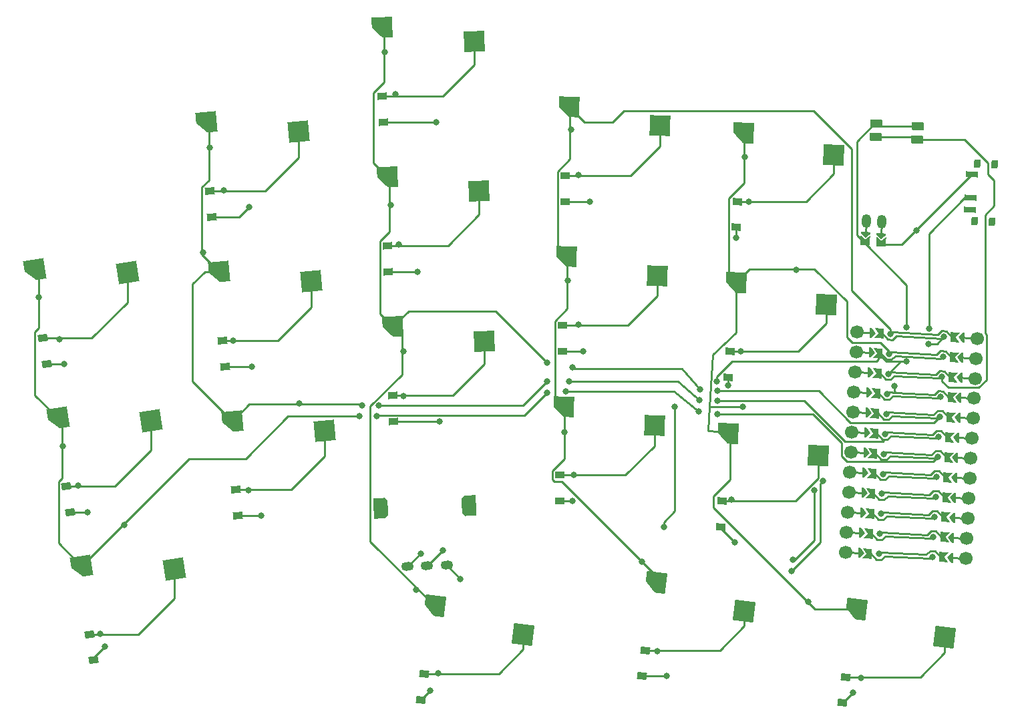
<source format=gbr>
%TF.GenerationSoftware,KiCad,Pcbnew,8.0.7*%
%TF.CreationDate,2025-02-03T11:28:03-05:00*%
%TF.ProjectId,thepcb,74686570-6362-42e6-9b69-6361645f7063,v1.0.0*%
%TF.SameCoordinates,Original*%
%TF.FileFunction,Copper,L2,Bot*%
%TF.FilePolarity,Positive*%
%FSLAX46Y46*%
G04 Gerber Fmt 4.6, Leading zero omitted, Abs format (unit mm)*
G04 Created by KiCad (PCBNEW 8.0.7) date 2025-02-03 11:28:03*
%MOMM*%
%LPD*%
G01*
G04 APERTURE LIST*
G04 Aperture macros list*
%AMHorizOval*
0 Thick line with rounded ends*
0 $1 width*
0 $2 $3 position (X,Y) of the first rounded end (center of the circle)*
0 $4 $5 position (X,Y) of the second rounded end (center of the circle)*
0 Add line between two ends*
20,1,$1,$2,$3,$4,$5,0*
0 Add two circle primitives to create the rounded ends*
1,1,$1,$2,$3*
1,1,$1,$4,$5*%
%AMRotRect*
0 Rectangle, with rotation*
0 The origin of the aperture is its center*
0 $1 length*
0 $2 width*
0 $3 Rotation angle, in degrees counterclockwise*
0 Add horizontal line*
21,1,$1,$2,0,0,$3*%
%AMOutline5P*
0 Free polygon, 5 corners , with rotation*
0 The origin of the aperture is its center*
0 number of corners: always 5*
0 $1 to $10 corner X, Y*
0 $11 Rotation angle, in degrees counterclockwise*
0 create outline with 5 corners*
4,1,5,$1,$2,$3,$4,$5,$6,$7,$8,$9,$10,$1,$2,$11*%
%AMOutline6P*
0 Free polygon, 6 corners , with rotation*
0 The origin of the aperture is its center*
0 number of corners: always 6*
0 $1 to $12 corner X, Y*
0 $13 Rotation angle, in degrees counterclockwise*
0 create outline with 6 corners*
4,1,6,$1,$2,$3,$4,$5,$6,$7,$8,$9,$10,$11,$12,$1,$2,$13*%
%AMOutline7P*
0 Free polygon, 7 corners , with rotation*
0 The origin of the aperture is its center*
0 number of corners: always 7*
0 $1 to $14 corner X, Y*
0 $15 Rotation angle, in degrees counterclockwise*
0 create outline with 7 corners*
4,1,7,$1,$2,$3,$4,$5,$6,$7,$8,$9,$10,$11,$12,$13,$14,$1,$2,$15*%
%AMOutline8P*
0 Free polygon, 8 corners , with rotation*
0 The origin of the aperture is its center*
0 number of corners: always 8*
0 $1 to $16 corner X, Y*
0 $17 Rotation angle, in degrees counterclockwise*
0 create outline with 8 corners*
4,1,8,$1,$2,$3,$4,$5,$6,$7,$8,$9,$10,$11,$12,$13,$14,$15,$16,$1,$2,$17*%
%AMFreePoly0*
4,1,6,0.250000,0.000000,-0.250000,-0.625000,-0.500000,-0.625000,-0.500000,0.625000,-0.250000,0.625000,0.250000,0.000000,0.250000,0.000000,$1*%
%AMFreePoly1*
4,1,6,0.500000,-0.625000,-0.650000,-0.625000,-0.150000,0.000000,-0.650000,0.625000,0.500000,0.625000,0.500000,-0.625000,0.500000,-0.625000,$1*%
%AMFreePoly2*
4,1,6,0.600000,-1.000000,0.000000,-0.400000,-0.600000,-1.000000,-0.600000,0.250000,0.600000,0.250000,0.600000,-1.000000,0.600000,-1.000000,$1*%
%AMFreePoly3*
4,1,6,0.600000,-0.199999,0.600000,-0.400000,-0.600000,-0.400000,-0.600000,-0.200000,0.000000,0.400000,0.600000,-0.199999,0.600000,-0.199999,$1*%
G04 Aperture macros list end*
%TA.AperFunction,SMDPad,CuDef*%
%ADD10RotRect,0.900000X1.200000X89.000000*%
%TD*%
%TA.AperFunction,SMDPad,CuDef*%
%ADD11Outline5P,-1.300000X1.300000X1.300000X1.300000X1.300000X-1.300000X0.000000X-1.300000X-1.300000X0.000000X2.000000*%
%TD*%
%TA.AperFunction,SMDPad,CuDef*%
%ADD12RotRect,2.600000X2.600000X2.000000*%
%TD*%
%TA.AperFunction,SMDPad,CuDef*%
%ADD13RotRect,0.900000X1.200000X92.000000*%
%TD*%
%TA.AperFunction,SMDPad,CuDef*%
%ADD14Outline5P,-1.300000X1.300000X1.300000X1.300000X1.300000X-1.300000X0.000000X-1.300000X-1.300000X0.000000X359.000000*%
%TD*%
%TA.AperFunction,SMDPad,CuDef*%
%ADD15RotRect,2.600000X2.600000X359.000000*%
%TD*%
%TA.AperFunction,SMDPad,CuDef*%
%ADD16RotRect,0.900000X1.200000X87.000000*%
%TD*%
%TA.AperFunction,SMDPad,CuDef*%
%ADD17RotRect,0.900000X1.200000X83.000000*%
%TD*%
%TA.AperFunction,SMDPad,CuDef*%
%ADD18RotRect,0.900000X1.200000X99.000000*%
%TD*%
%TA.AperFunction,SMDPad,CuDef*%
%ADD19Outline5P,-1.300000X1.300000X1.300000X1.300000X1.300000X-1.300000X0.000000X-1.300000X-1.300000X0.000000X9.000000*%
%TD*%
%TA.AperFunction,SMDPad,CuDef*%
%ADD20RotRect,2.600000X2.600000X9.000000*%
%TD*%
%TA.AperFunction,SMDPad,CuDef*%
%ADD21RotRect,1.000000X0.800000X267.000000*%
%TD*%
%TA.AperFunction,SMDPad,CuDef*%
%ADD22RotRect,0.700000X1.500000X267.000000*%
%TD*%
%TA.AperFunction,SMDPad,CuDef*%
%ADD23Outline5P,-1.300000X1.300000X1.300000X1.300000X1.300000X-1.300000X0.000000X-1.300000X-1.300000X0.000000X353.000000*%
%TD*%
%TA.AperFunction,SMDPad,CuDef*%
%ADD24RotRect,2.600000X2.600000X353.000000*%
%TD*%
%TA.AperFunction,SMDPad,CuDef*%
%ADD25RotRect,1.550000X1.000000X177.000000*%
%TD*%
%TA.AperFunction,SMDPad,CuDef*%
%ADD26Outline5P,-1.300000X1.300000X1.300000X1.300000X1.300000X-1.300000X0.000000X-1.300000X-1.300000X0.000000X357.000000*%
%TD*%
%TA.AperFunction,SMDPad,CuDef*%
%ADD27RotRect,2.600000X2.600000X357.000000*%
%TD*%
%TA.AperFunction,SMDPad,CuDef*%
%ADD28Outline5P,-1.300000X1.300000X1.300000X1.300000X1.300000X-1.300000X0.000000X-1.300000X-1.300000X0.000000X5.000000*%
%TD*%
%TA.AperFunction,SMDPad,CuDef*%
%ADD29RotRect,2.600000X2.600000X5.000000*%
%TD*%
%TA.AperFunction,SMDPad,CuDef*%
%ADD30RotRect,0.900000X1.200000X95.000000*%
%TD*%
%TA.AperFunction,ComponentPad*%
%ADD31Outline6P,-1.300000X0.540000X-0.940000X0.900000X0.940000X0.900000X1.300000X0.540000X1.300000X-0.900000X-1.300000X-0.900000X272.000000*%
%TD*%
%TA.AperFunction,ComponentPad*%
%ADD32Outline6P,-1.300000X0.900000X1.300000X0.900000X1.300000X-0.540000X0.940000X-0.900000X-0.940000X-0.900000X-1.300000X-0.540000X272.000000*%
%TD*%
%TA.AperFunction,ComponentPad*%
%ADD33HorizOval,1.100000X0.249848X0.008725X-0.249848X-0.008725X0*%
%TD*%
%TA.AperFunction,SMDPad,CuDef*%
%ADD34FreePoly0,177.000000*%
%TD*%
%TA.AperFunction,ComponentPad*%
%ADD35C,1.700000*%
%TD*%
%TA.AperFunction,SMDPad,CuDef*%
%ADD36FreePoly0,357.000000*%
%TD*%
%TA.AperFunction,SMDPad,CuDef*%
%ADD37FreePoly1,357.000000*%
%TD*%
%TA.AperFunction,ComponentPad*%
%ADD38C,0.800000*%
%TD*%
%TA.AperFunction,SMDPad,CuDef*%
%ADD39FreePoly1,177.000000*%
%TD*%
%TA.AperFunction,SMDPad,CuDef*%
%ADD40FreePoly2,177.000000*%
%TD*%
%TA.AperFunction,ComponentPad*%
%ADD41HorizOval,1.200000X-0.014392X-0.274623X0.014392X0.274623X0*%
%TD*%
%TA.AperFunction,SMDPad,CuDef*%
%ADD42FreePoly3,177.000000*%
%TD*%
%TA.AperFunction,ViaPad*%
%ADD43C,0.800000*%
%TD*%
%TA.AperFunction,Conductor*%
%ADD44C,0.250000*%
%TD*%
G04 APERTURE END LIST*
D10*
%TO.P,D10,1*%
%TO.N,P16*%
X244603575Y-128766732D03*
%TO.P,D10,2*%
%TO.N,index_bottom*%
X244661167Y-125467234D03*
%TD*%
D11*
%TO.P,S7,1*%
%TO.N,P21*%
X223461560Y-106661773D03*
D12*
%TO.P,S7,2*%
%TO.N,middle_bottom*%
X235081303Y-108457344D03*
%TD*%
D13*
%TO.P,D8,1*%
%TO.N,P14*%
X222892461Y-99677380D03*
%TO.P,D8,2*%
%TO.N,middle_home*%
X222777293Y-96379390D03*
%TD*%
D14*
%TO.P,S11,1*%
%TO.N,P1*%
X245469550Y-97777125D03*
D15*
%TO.P,S11,2*%
%TO.N,index_home*%
X256979395Y-100178365D03*
%TD*%
D16*
%TO.P,D15,1*%
%TO.N,P15*%
X266993066Y-94057595D03*
%TO.P,D15,2*%
%TO.N,far_top*%
X267165774Y-90762117D03*
%TD*%
D17*
%TO.P,D17,1*%
%TO.N,P10*%
X255041150Y-150950955D03*
%TO.P,D17,2*%
%TO.N,2_top*%
X255443318Y-147675553D03*
%TD*%
D18*
%TO.P,D3,1*%
%TO.N,P15*%
X179619707Y-111371798D03*
%TO.P,D3,2*%
%TO.N,pinkie_top*%
X179103473Y-108112426D03*
%TD*%
D11*
%TO.P,S9,1*%
%TO.N,P21*%
X222135379Y-68684921D03*
D12*
%TO.P,S9,2*%
%TO.N,middle_top*%
X233755122Y-70480492D03*
%TD*%
D13*
%TO.P,D7,1*%
%TO.N,P16*%
X223555551Y-118665806D03*
%TO.P,D7,2*%
%TO.N,middle_bottom*%
X223440383Y-115367816D03*
%TD*%
D19*
%TO.P,S2,1*%
%TO.N,P19*%
X181035747Y-118234775D03*
D20*
%TO.P,S2,2*%
%TO.N,pinkie_home*%
X192787703Y-118600873D03*
%TD*%
D21*
%TO.P,PWR1,*%
%TO.N,*%
X297574453Y-85946986D03*
X297192401Y-93236981D03*
X299781424Y-86062648D03*
X299399372Y-93352644D03*
D22*
%TO.P,PWR1,1*%
%TO.N,BAT_P*%
X296852074Y-87311049D03*
%TO.P,PWR1,2*%
%TO.N,RAW*%
X296695066Y-90306937D03*
%TO.P,PWR1,3*%
%TO.N,N/C*%
X296616562Y-91804882D03*
%TD*%
D18*
%TO.P,D2,1*%
%TO.N,P14*%
X182591962Y-130137877D03*
%TO.P,D2,2*%
%TO.N,pinkie_home*%
X182075728Y-126878505D03*
%TD*%
D23*
%TO.P,S18,1*%
%TO.N,P0*%
X282235600Y-142450514D03*
D24*
%TO.P,S18,2*%
%TO.N,3_top*%
X293431395Y-146041707D03*
%TD*%
D13*
%TO.P,D9,1*%
%TO.N,P15*%
X222229370Y-80688954D03*
%TO.P,D9,2*%
%TO.N,middle_top*%
X222114202Y-77390964D03*
%TD*%
D25*
%TO.P,RST1,1*%
%TO.N,GND*%
X284779462Y-80930472D03*
%TO.P,RST1,2*%
%TO.N,RST*%
X284690491Y-82628142D03*
%TO.P,RST1,3*%
%TO.N,GND*%
X290022267Y-81205236D03*
%TO.P,RST1,4*%
%TO.N,RST*%
X289933296Y-82902906D03*
%TD*%
D26*
%TO.P,S13,1*%
%TO.N,P0*%
X266000000Y-120200000D03*
D27*
%TO.P,S13,2*%
%TO.N,far_bottom*%
X277419032Y-123001465D03*
%TD*%
D28*
%TO.P,S5,1*%
%TO.N,P20*%
X201459938Y-99690019D03*
D29*
%TO.P,S5,2*%
%TO.N,ring_home*%
X213157729Y-100874998D03*
%TD*%
D17*
%TO.P,D16,1*%
%TO.N,P10*%
X226993954Y-153936727D03*
%TO.P,D16,2*%
%TO.N,1_top*%
X227396122Y-150661325D03*
%TD*%
%TO.P,D18,1*%
%TO.N,P10*%
X280450591Y-154321461D03*
%TO.P,D18,2*%
%TO.N,3_top*%
X280852759Y-151046059D03*
%TD*%
D19*
%TO.P,S3,1*%
%TO.N,P19*%
X178063492Y-99424645D03*
D20*
%TO.P,S3,2*%
%TO.N,pinkie_top*%
X189815448Y-99790743D03*
%TD*%
D23*
%TO.P,S16,1*%
%TO.N,P21*%
X228778964Y-142065780D03*
D24*
%TO.P,S16,2*%
%TO.N,1_top*%
X239974759Y-145656973D03*
%TD*%
D16*
%TO.P,D13,1*%
%TO.N,P16*%
X265004299Y-132005517D03*
%TO.P,D13,2*%
%TO.N,far_bottom*%
X265177007Y-128710039D03*
%TD*%
D30*
%TO.P,D4,1*%
%TO.N,P16*%
X203838003Y-130600379D03*
%TO.P,D4,2*%
%TO.N,ring_bottom*%
X203550389Y-127312937D03*
%TD*%
D16*
%TO.P,D14,1*%
%TO.N,P14*%
X265998683Y-113031556D03*
%TO.P,D14,2*%
%TO.N,far_home*%
X266171391Y-109736078D03*
%TD*%
D30*
%TO.P,D5,1*%
%TO.N,P14*%
X202182043Y-111672680D03*
%TO.P,D5,2*%
%TO.N,ring_home*%
X201894429Y-108385238D03*
%TD*%
D28*
%TO.P,S6,1*%
%TO.N,P20*%
X199803979Y-80762320D03*
D29*
%TO.P,S6,2*%
%TO.N,ring_top*%
X211501770Y-81947299D03*
%TD*%
D10*
%TO.P,D12,1*%
%TO.N,P15*%
X245266767Y-90772519D03*
%TO.P,D12,2*%
%TO.N,index_top*%
X245324359Y-87473021D03*
%TD*%
D11*
%TO.P,S8,1*%
%TO.N,P21*%
X222798469Y-87673347D03*
D12*
%TO.P,S8,2*%
%TO.N,middle_home*%
X234418212Y-89468918D03*
%TD*%
D10*
%TO.P,D11,1*%
%TO.N,P14*%
X244935171Y-109769625D03*
%TO.P,D11,2*%
%TO.N,index_home*%
X244992763Y-106470127D03*
%TD*%
D19*
%TO.P,S1,1*%
%TO.N,P19*%
X184008002Y-137000853D03*
D20*
%TO.P,S1,2*%
%TO.N,pinkie_bottom*%
X195759958Y-137366951D03*
%TD*%
D28*
%TO.P,S4,1*%
%TO.N,P20*%
X203115897Y-118617718D03*
D29*
%TO.P,S4,2*%
%TO.N,ring_bottom*%
X214813688Y-119802697D03*
%TD*%
D14*
%TO.P,S10,1*%
%TO.N,P1*%
X245137955Y-116774231D03*
D15*
%TO.P,S10,2*%
%TO.N,index_bottom*%
X256647800Y-119175471D03*
%TD*%
D30*
%TO.P,D6,1*%
%TO.N,P15*%
X200526084Y-92744981D03*
%TO.P,D6,2*%
%TO.N,ring_top*%
X200238470Y-89457539D03*
%TD*%
D18*
%TO.P,D1,1*%
%TO.N,P16*%
X185564216Y-148903955D03*
%TO.P,D1,2*%
%TO.N,pinkie_bottom*%
X185047982Y-145644583D03*
%TD*%
D14*
%TO.P,S12,1*%
%TO.N,P1*%
X245801146Y-78780019D03*
D15*
%TO.P,S12,2*%
%TO.N,index_top*%
X257310991Y-81181259D03*
%TD*%
D26*
%TO.P,S15,1*%
%TO.N,P0*%
X267945651Y-82091049D03*
D27*
%TO.P,S15,2*%
%TO.N,far_top*%
X279364683Y-84892514D03*
%TD*%
D26*
%TO.P,S14,1*%
%TO.N,P0*%
X266951268Y-101065011D03*
D27*
%TO.P,S14,2*%
%TO.N,far_home*%
X278370300Y-103866476D03*
%TD*%
D31*
%TO.P,RE1,*%
%TO.N,*%
X221938919Y-129678934D03*
D32*
X233132097Y-129288060D03*
D33*
%TO.P,RE1,A*%
%TO.N,P5*%
X230295731Y-136891679D03*
%TO.P,RE1,B*%
%TO.N,GND*%
X227797254Y-136978928D03*
%TO.P,RE1,C*%
%TO.N,P18*%
X225298777Y-137066177D03*
%TD*%
D23*
%TO.P,S17,1*%
%TO.N,P1*%
X256826159Y-139080009D03*
D24*
%TO.P,S17,2*%
%TO.N,2_top*%
X268021954Y-142671202D03*
%TD*%
D34*
%TO.P,MCU1,1*%
%TO.N,MCU1_1*%
X295411588Y-108014032D03*
D35*
X297528683Y-108124984D03*
D34*
%TO.P,MCU1,2*%
%TO.N,MCU1_2*%
X295278655Y-110550551D03*
D35*
X297395749Y-110661503D03*
D34*
%TO.P,MCU1,3*%
%TO.N,MCU1_3*%
X295145721Y-113087070D03*
D35*
X297262816Y-113198022D03*
D34*
%TO.P,MCU1,4*%
%TO.N,MCU1_4*%
X295012788Y-115623589D03*
D35*
X297129883Y-115734541D03*
D34*
%TO.P,MCU1,5*%
%TO.N,MCU1_5*%
X294879855Y-118160108D03*
D35*
X296996949Y-118271060D03*
D34*
%TO.P,MCU1,6*%
%TO.N,MCU1_6*%
X294746921Y-120696627D03*
D35*
X296864016Y-120807579D03*
D34*
%TO.P,MCU1,7*%
%TO.N,MCU1_7*%
X294613988Y-123233146D03*
D35*
X296731083Y-123344098D03*
D34*
%TO.P,MCU1,8*%
%TO.N,MCU1_8*%
X294481055Y-125769665D03*
D35*
X296598149Y-125880617D03*
D34*
%TO.P,MCU1,9*%
%TO.N,MCU1_9*%
X294348121Y-128306184D03*
D35*
X296465216Y-128417136D03*
D34*
%TO.P,MCU1,10*%
%TO.N,MCU1_10*%
X294215188Y-130842703D03*
D35*
X296332283Y-130953655D03*
D34*
%TO.P,MCU1,11*%
%TO.N,MCU1_11*%
X294082255Y-133379222D03*
D35*
X296199349Y-133490174D03*
D34*
%TO.P,MCU1,12*%
%TO.N,MCU1_12*%
X293949321Y-135915741D03*
D35*
X296066416Y-136026693D03*
%TO.P,MCU1,13*%
%TO.N,MCU1_13*%
X280847302Y-135229093D03*
D36*
X282964397Y-135340045D03*
D35*
%TO.P,MCU1,14*%
%TO.N,MCU1_14*%
X280980235Y-132692574D03*
D36*
X283097330Y-132803526D03*
D35*
%TO.P,MCU1,15*%
%TO.N,MCU1_15*%
X281113169Y-130156055D03*
D36*
X283230263Y-130267007D03*
D35*
%TO.P,MCU1,16*%
%TO.N,MCU1_16*%
X281246102Y-127619536D03*
D36*
X283363197Y-127730488D03*
D35*
%TO.P,MCU1,17*%
%TO.N,MCU1_17*%
X281379035Y-125083017D03*
D36*
X283496130Y-125193969D03*
D35*
%TO.P,MCU1,18*%
%TO.N,MCU1_18*%
X281511969Y-122546498D03*
D36*
X283629063Y-122657450D03*
D35*
%TO.P,MCU1,19*%
%TO.N,MCU1_19*%
X281644902Y-120009979D03*
D36*
X283761997Y-120120931D03*
D35*
%TO.P,MCU1,20*%
%TO.N,MCU1_20*%
X281777835Y-117473460D03*
D36*
X283894930Y-117584412D03*
D35*
%TO.P,MCU1,21*%
%TO.N,MCU1_21*%
X281910769Y-114936941D03*
D36*
X284027863Y-115047893D03*
D35*
%TO.P,MCU1,22*%
%TO.N,MCU1_22*%
X282043702Y-112400422D03*
D36*
X284160797Y-112511374D03*
D35*
%TO.P,MCU1,23*%
%TO.N,MCU1_23*%
X282176635Y-109863903D03*
D36*
X284293730Y-109974855D03*
D35*
%TO.P,MCU1,24*%
%TO.N,MCU1_24*%
X282309569Y-107327384D03*
D36*
X284426663Y-107438336D03*
D37*
%TO.P,MCU1,101*%
%TO.N,RAW*%
X285150670Y-107476280D03*
D38*
X293314466Y-107904126D03*
D37*
%TO.P,MCU1,102*%
%TO.N,GND*%
X285017736Y-110012799D03*
D38*
X293181533Y-110440645D03*
D37*
%TO.P,MCU1,103*%
%TO.N,RST*%
X284884803Y-112549318D03*
D38*
X293048599Y-112977164D03*
D37*
%TO.P,MCU1,104*%
%TO.N,VCC*%
X284751870Y-115085837D03*
D38*
X292915666Y-115513683D03*
D37*
%TO.P,MCU1,105*%
%TO.N,P21*%
X284618936Y-117622356D03*
D38*
X292782733Y-118050202D03*
D37*
%TO.P,MCU1,106*%
%TO.N,P20*%
X284486003Y-120158875D03*
D38*
X292649799Y-120586721D03*
D37*
%TO.P,MCU1,107*%
%TO.N,P19*%
X284353070Y-122695394D03*
D38*
X292516866Y-123123240D03*
D37*
%TO.P,MCU1,108*%
%TO.N,P18*%
X284220136Y-125231913D03*
D38*
X292383933Y-125659759D03*
D37*
%TO.P,MCU1,109*%
%TO.N,P15*%
X284087203Y-127768432D03*
D38*
X292250999Y-128196278D03*
D37*
%TO.P,MCU1,110*%
%TO.N,P14*%
X283954270Y-130304951D03*
D38*
X292118066Y-130732797D03*
D37*
%TO.P,MCU1,111*%
%TO.N,P16*%
X283821336Y-132841470D03*
D38*
X291985133Y-133269316D03*
D37*
%TO.P,MCU1,112*%
%TO.N,P10*%
X283688403Y-135377989D03*
D38*
X291852199Y-135805835D03*
%TO.P,MCU1,113*%
%TO.N,P9*%
X285061519Y-135449951D03*
D39*
X293225315Y-135877797D03*
D38*
%TO.P,MCU1,114*%
%TO.N,P8*%
X285194452Y-132913432D03*
D39*
X293358248Y-133341278D03*
D38*
%TO.P,MCU1,115*%
%TO.N,P7*%
X285327385Y-130376913D03*
D39*
X293491182Y-130804759D03*
D38*
%TO.P,MCU1,116*%
%TO.N,P6*%
X285460319Y-127840394D03*
D39*
X293624115Y-128268240D03*
D38*
%TO.P,MCU1,117*%
%TO.N,P5*%
X285593252Y-125303875D03*
D39*
X293757048Y-125731721D03*
D38*
%TO.P,MCU1,118*%
%TO.N,P4*%
X285726185Y-122767356D03*
D39*
X293889982Y-123195202D03*
D38*
%TO.P,MCU1,119*%
%TO.N,P3*%
X285859119Y-120230837D03*
D39*
X294022915Y-120658683D03*
D38*
%TO.P,MCU1,120*%
%TO.N,P2*%
X285992052Y-117694318D03*
D39*
X294155848Y-118122164D03*
D38*
%TO.P,MCU1,121*%
%TO.N,GND*%
X286124985Y-115157799D03*
D39*
X294288782Y-115585645D03*
D38*
%TO.P,MCU1,122*%
X286257919Y-112621280D03*
D39*
X294421715Y-113049126D03*
D38*
%TO.P,MCU1,123*%
%TO.N,P0*%
X286390852Y-110084761D03*
D39*
X294554648Y-110512607D03*
D38*
%TO.P,MCU1,124*%
%TO.N,P1*%
X286523785Y-107548242D03*
D39*
X294687582Y-107976088D03*
%TD*%
D40*
%TO.P,JST1,1*%
%TO.N,BAT_P*%
X285306825Y-96184979D03*
%TO.P,JST1,2*%
%TO.N,GND*%
X283309566Y-96080307D03*
D41*
%TO.P,JST1,11*%
%TO.N,JST1_1*%
X283456944Y-93268166D03*
%TO.P,JST1,12*%
%TO.N,JST1_2*%
X285454204Y-93372838D03*
D42*
%TO.P,JST1,31*%
%TO.N,JST1_1*%
X283362740Y-95065699D03*
%TO.P,JST1,32*%
%TO.N,JST1_2*%
X285359999Y-95170371D03*
%TD*%
D43*
%TO.N,P19*%
X243000000Y-115000000D03*
X264600000Y-117720008D03*
X245402120Y-114878552D03*
X262200000Y-117400000D03*
X219200000Y-118000000D03*
X221400000Y-118000000D03*
X178608378Y-102909163D03*
X189400000Y-131800000D03*
X181600000Y-121800000D03*
%TO.N,pinkie_bottom*%
X186400000Y-145600000D03*
%TO.N,pinkie_home*%
X183600000Y-126800000D03*
%TO.N,pinkie_top*%
X181200000Y-108200000D03*
%TO.N,P20*%
X219600000Y-116600000D03*
X264600000Y-116000000D03*
X199400000Y-97200000D03*
X245800000Y-113600000D03*
X243000000Y-113600000D03*
X211600000Y-116400000D03*
X221664880Y-116664880D03*
X262292308Y-115907692D03*
X200270856Y-83909383D03*
%TO.N,ring_bottom*%
X205200000Y-127400000D03*
%TO.N,ring_home*%
X203200000Y-108400000D03*
%TO.N,ring_top*%
X202000000Y-89400000D03*
%TO.N,P21*%
X223200000Y-91200000D03*
X224800000Y-109800000D03*
X246200000Y-111800000D03*
X264600000Y-114800000D03*
X222450408Y-71822576D03*
X226400000Y-140000000D03*
X243000000Y-111200000D03*
X262400000Y-114600000D03*
%TO.N,middle_bottom*%
X224800000Y-115400000D03*
%TO.N,middle_home*%
X224200000Y-96200000D03*
%TO.N,middle_top*%
X223800000Y-77200000D03*
%TO.N,P1*%
X246078795Y-81626121D03*
X245235698Y-120020658D03*
X245666582Y-100830004D03*
X255000000Y-136400000D03*
%TO.N,index_bottom*%
X246400000Y-125400000D03*
%TO.N,index_home*%
X247000000Y-106400000D03*
%TO.N,index_top*%
X247000000Y-87400000D03*
%TO.N,P0*%
X268050596Y-85118809D03*
X276144535Y-141489996D03*
X267844120Y-116800000D03*
X274600000Y-99400000D03*
%TO.N,far_bottom*%
X266400000Y-128600000D03*
%TO.N,far_home*%
X267600000Y-109800000D03*
%TO.N,far_top*%
X268600000Y-90800000D03*
%TO.N,1_top*%
X229200000Y-150600000D03*
%TO.N,2_top*%
X257000000Y-147800000D03*
%TO.N,3_top*%
X282800000Y-151200000D03*
%TO.N,P16*%
X266800000Y-134000000D03*
X206800000Y-130600379D03*
X229400000Y-118665806D03*
X187000000Y-147200000D03*
X246200000Y-128766732D03*
%TO.N,P14*%
X205600000Y-111672680D03*
X184800000Y-130200000D03*
X226600000Y-99677380D03*
X266000000Y-114075000D03*
X247600000Y-109769625D03*
%TO.N,P15*%
X181800000Y-111400000D03*
X205261367Y-91461367D03*
X229000000Y-80688954D03*
X267000000Y-95400000D03*
X248400000Y-90772519D03*
%TO.N,P10*%
X258200000Y-150950955D03*
X281800000Y-153000000D03*
X228165340Y-152765340D03*
%TO.N,BAT_P*%
X289800000Y-94400000D03*
%TO.N,RAW*%
X291400000Y-108800000D03*
X291407448Y-106857887D03*
%TO.N,GND*%
X287000000Y-114200000D03*
X288600000Y-111053303D03*
X264517922Y-113535885D03*
X257800000Y-132000000D03*
X259200000Y-116800000D03*
X288604664Y-106710999D03*
X229800000Y-135000000D03*
%TO.N,P5*%
X274000000Y-137600000D03*
X278000000Y-126200000D03*
X232000000Y-138600000D03*
%TO.N,P18*%
X274200000Y-136200000D03*
X227000000Y-135400000D03*
X276875000Y-127400000D03*
%TD*%
D44*
%TO.N,P10*%
X258200000Y-150950955D02*
X255041150Y-150950955D01*
X228165340Y-152765341D02*
X226993954Y-153936727D01*
X228165340Y-152765340D02*
X228165340Y-152765341D01*
%TO.N,P16*%
X246200000Y-128766732D02*
X244603575Y-128766732D01*
X229400000Y-118665806D02*
X223555551Y-118665806D01*
X206800000Y-130600379D02*
X203838003Y-130600379D01*
%TO.N,P14*%
X205600000Y-111672680D02*
X202182043Y-111672680D01*
X226600000Y-99677380D02*
X222892461Y-99677380D01*
X247600000Y-109769625D02*
X244935171Y-109769625D01*
%TO.N,P15*%
X248400000Y-90772519D02*
X245266767Y-90772519D01*
X229000000Y-80688954D02*
X222229370Y-80688954D01*
X203977753Y-92744981D02*
X200526084Y-92744981D01*
X205261367Y-91461367D02*
X203977753Y-92744981D01*
%TO.N,P19*%
X197608855Y-123400000D02*
X204801653Y-123400000D01*
X181087719Y-134080570D02*
X184008002Y-137000853D01*
X284702286Y-122713696D02*
X285388349Y-123475646D01*
X285988136Y-123507079D02*
X286508363Y-123038664D01*
X280336969Y-121373365D02*
X280336969Y-123044986D01*
X184008002Y-137000853D02*
X197608855Y-123400000D01*
X181087719Y-126312281D02*
X181087719Y-134080570D01*
X286508363Y-123038664D02*
X292275144Y-123340888D01*
X280336969Y-123044986D02*
X281013481Y-123721498D01*
X178115464Y-115314492D02*
X181035747Y-118234775D01*
X240129860Y-117870140D02*
X243000000Y-115000000D01*
X262200000Y-117400000D02*
X259078552Y-114878552D01*
X178115464Y-107284536D02*
X178115464Y-115314492D01*
X291918608Y-123721498D02*
X292516866Y-123123240D01*
X221400000Y-118000000D02*
X221529860Y-117870140D01*
X284353070Y-122695394D02*
X284702286Y-122713696D01*
X264600000Y-117720008D02*
X276683612Y-117720008D01*
X221529860Y-117870140D02*
X240129860Y-117870140D01*
X178578885Y-99984089D02*
X178578885Y-106821115D01*
X181551140Y-125848860D02*
X181087719Y-126312281D01*
X285388349Y-123475646D02*
X285988136Y-123507079D01*
X204801653Y-123400000D02*
X210201653Y-118000000D01*
X178063492Y-99468696D02*
X178578885Y-99984089D01*
X181551140Y-118750168D02*
X181551140Y-125848860D01*
X259078552Y-114878552D02*
X245402120Y-114878552D01*
X281013481Y-123721498D02*
X291918608Y-123721498D01*
X178578885Y-106821115D02*
X178115464Y-107284536D01*
X181035747Y-118234775D02*
X181551140Y-118750168D01*
X276683612Y-117720008D02*
X280336969Y-121373365D01*
X210201653Y-118000000D02*
X219200000Y-118000000D01*
%TO.N,pinkie_bottom*%
X195759958Y-141084364D02*
X195759958Y-137366950D01*
X191199739Y-145644583D02*
X195759958Y-141084364D01*
X185047982Y-145644583D02*
X191199739Y-145644583D01*
%TO.N,pinkie_home*%
X192787703Y-122318286D02*
X192787703Y-118600872D01*
X188227484Y-126878505D02*
X192787703Y-122318286D01*
X182075728Y-126878505D02*
X188227484Y-126878505D01*
%TO.N,pinkie_top*%
X185255229Y-108112426D02*
X189815448Y-103552207D01*
X189815448Y-103552207D02*
X189815448Y-99834793D01*
X179103473Y-108112426D02*
X185255229Y-108112426D01*
%TO.N,P20*%
X203115897Y-118617718D02*
X205276332Y-116457283D01*
X200152285Y-81110626D02*
X200152285Y-88051172D01*
X286121069Y-120970560D02*
X286641297Y-120502145D01*
X199276533Y-97506614D02*
X201459938Y-99690019D01*
X275600000Y-116000000D02*
X280784979Y-121184979D01*
X285800000Y-120953734D02*
X286121069Y-120970560D01*
X198058244Y-101255341D02*
X198058244Y-113560065D01*
X199803979Y-80762320D02*
X200152285Y-81110626D01*
X284835219Y-120177177D02*
X285521282Y-120939127D01*
X286641297Y-120502145D02*
X292408078Y-120804369D01*
X285521282Y-120939127D02*
X285800000Y-120953734D01*
X198058244Y-113560065D02*
X203115897Y-118617718D01*
X199623566Y-99690019D02*
X198058244Y-101255341D01*
X239935120Y-116664880D02*
X243000000Y-113600000D01*
X259600000Y-113600000D02*
X245800000Y-113600000D01*
X221664880Y-116664880D02*
X239935120Y-116664880D01*
X205276332Y-116457283D02*
X219457283Y-116457283D01*
X219457283Y-116457283D02*
X219600000Y-116600000D01*
X280784979Y-121184979D02*
X285568755Y-121184979D01*
X285568755Y-121184979D02*
X285800000Y-120953734D01*
X200152285Y-88051172D02*
X199276533Y-88926924D01*
X264600000Y-116000000D02*
X275600000Y-116000000D01*
X284486003Y-120158875D02*
X284835219Y-120177177D01*
X262292308Y-115907692D02*
X259600000Y-113600000D01*
X201459938Y-99690019D02*
X199623566Y-99690019D01*
X199276533Y-88926924D02*
X199276533Y-97506614D01*
%TO.N,ring_bottom*%
X203550389Y-127312937D02*
X210577113Y-127312937D01*
X210577113Y-127312937D02*
X214813688Y-123076362D01*
X214813688Y-123076362D02*
X214813688Y-119802697D01*
X203550389Y-127312937D02*
X205112937Y-127312937D01*
X205112937Y-127312937D02*
X205200000Y-127400000D01*
%TO.N,ring_home*%
X213157729Y-104148663D02*
X213157729Y-100874998D01*
X201894429Y-108385238D02*
X208921154Y-108385238D01*
X208921154Y-108385238D02*
X213157729Y-104148663D01*
%TO.N,ring_top*%
X211501770Y-85220964D02*
X211501770Y-81947299D01*
X207265195Y-89457539D02*
X211501770Y-85220964D01*
X200238470Y-89457539D02*
X207265195Y-89457539D01*
%TO.N,P21*%
X286774230Y-117965626D02*
X292541011Y-118267850D01*
X223026299Y-87901177D02*
X223026299Y-94626639D01*
X222363209Y-75638212D02*
X221000000Y-77001421D01*
X285654215Y-118402608D02*
X286254002Y-118434041D01*
X225450855Y-104672478D02*
X236472478Y-104672478D01*
X264600000Y-114800000D02*
X277442674Y-114800000D01*
X224600000Y-107800213D02*
X224600000Y-112704454D01*
X286254002Y-118434041D02*
X286774230Y-117965626D01*
X223026299Y-94626639D02*
X221836954Y-95815984D01*
X224600000Y-112704454D02*
X220600000Y-116704454D01*
X281442674Y-118800000D02*
X292032935Y-118800000D01*
X222135379Y-68684921D02*
X222363209Y-68912751D01*
X220600000Y-116704454D02*
X220600000Y-133886816D01*
X260139973Y-112000000D02*
X246400000Y-112000000D01*
X221000000Y-77001421D02*
X221000000Y-85874878D01*
X221836954Y-105037167D02*
X223461560Y-106661773D01*
X223461560Y-106661773D02*
X224600000Y-107800213D01*
X284968153Y-117640658D02*
X285654215Y-118402608D01*
X223461560Y-106661773D02*
X225450855Y-104672478D01*
X222798469Y-87673347D02*
X223026299Y-87901177D01*
X236472478Y-104672478D02*
X243000000Y-111200000D01*
X222363209Y-68912751D02*
X222363209Y-75638212D01*
X221000000Y-85874878D02*
X222798469Y-87673347D01*
X292032935Y-118800000D02*
X292782733Y-118050202D01*
X284618937Y-117622356D02*
X284968153Y-117640658D01*
X221836954Y-95815984D02*
X221836954Y-105037167D01*
X220600000Y-133886816D02*
X228778964Y-142065780D01*
X246400000Y-112000000D02*
X246200000Y-111800000D01*
X277442674Y-114800000D02*
X281442674Y-118800000D01*
X262400000Y-114600000D02*
X260139973Y-112000000D01*
%TO.N,middle_bottom*%
X223440383Y-115367816D02*
X231106641Y-115367816D01*
X231106641Y-115367816D02*
X235081303Y-111393154D01*
X235081303Y-111393154D02*
X235081303Y-108457344D01*
%TO.N,middle_home*%
X222777293Y-96379390D02*
X230443550Y-96379390D01*
X230443550Y-96379390D02*
X234418212Y-92404728D01*
X234418212Y-92404728D02*
X234418212Y-89468918D01*
%TO.N,middle_top*%
X233755122Y-73444878D02*
X233755122Y-70480492D01*
X226200000Y-77390964D02*
X229809036Y-77390964D01*
X222114202Y-77390964D02*
X226200000Y-77390964D01*
X229809036Y-77390964D02*
X233755122Y-73444878D01*
%TO.N,P1*%
X244334005Y-86951296D02*
X244334005Y-96641580D01*
X245137955Y-116774231D02*
X245249822Y-116886098D01*
X244334005Y-96641580D02*
X245469550Y-97777125D01*
X245581417Y-97888992D02*
X245581417Y-104369394D01*
X244852637Y-126252637D02*
X256826159Y-138226159D01*
X245249822Y-123366500D02*
X243670813Y-124945509D01*
X286523785Y-106982557D02*
X286523785Y-107548242D01*
X245469550Y-97777125D02*
X245581417Y-97888992D01*
X245249822Y-116886098D02*
X245249822Y-123366500D01*
X244000000Y-115636276D02*
X245137955Y-116774231D01*
X243670813Y-124945509D02*
X243670813Y-125983721D01*
X292521779Y-107642282D02*
X286754998Y-107340057D01*
X276777329Y-79249102D02*
X281600000Y-84071773D01*
X245801146Y-78780019D02*
X247733302Y-80712175D01*
X245913013Y-85372288D02*
X244334005Y-86951296D01*
X245801146Y-78780019D02*
X245913013Y-78891886D01*
X245581417Y-104369394D02*
X244000000Y-105950811D01*
X245913013Y-78891886D02*
X245913013Y-85372288D01*
X281600000Y-102058772D02*
X286523785Y-106982557D01*
X294338366Y-107957787D02*
X293652303Y-107195837D01*
X247733302Y-80712175D02*
X251287825Y-80712175D01*
X252750898Y-79249102D02*
X276777329Y-79249102D01*
X251287825Y-80712175D02*
X252750898Y-79249102D01*
X243939729Y-126252637D02*
X244852637Y-126252637D01*
X293052517Y-107164403D02*
X292521779Y-107642282D01*
X244000000Y-105950811D02*
X244000000Y-115636276D01*
X281600000Y-84071773D02*
X281600000Y-102058772D01*
X293652303Y-107195837D02*
X293052517Y-107164403D01*
X256826159Y-138226159D02*
X256826159Y-139080009D01*
X294687582Y-107976088D02*
X294338366Y-107957787D01*
X243670813Y-125983721D02*
X243939729Y-126252637D01*
%TO.N,index_bottom*%
X256647800Y-119175471D02*
X256647800Y-121770129D01*
X252883461Y-125400000D02*
X252950695Y-125467234D01*
X244661167Y-125467234D02*
X246332766Y-125467234D01*
X246400000Y-125400000D02*
X252883461Y-125400000D01*
X246332766Y-125467234D02*
X246400000Y-125400000D01*
X256647800Y-121770129D02*
X252950695Y-125467234D01*
%TO.N,index_home*%
X253282291Y-106470127D02*
X244992763Y-106470127D01*
X256979395Y-100178365D02*
X256979395Y-102773023D01*
X256979395Y-102773023D02*
X253282291Y-106470127D01*
%TO.N,index_top*%
X257310991Y-81181259D02*
X257310991Y-83775917D01*
X253613887Y-87473021D02*
X245324359Y-87473021D01*
X257310991Y-83775917D02*
X253613887Y-87473021D01*
%TO.N,P0*%
X266951268Y-101065011D02*
X268654868Y-99361411D01*
X276921293Y-99361411D02*
X281001635Y-103441753D01*
X266045337Y-90366522D02*
X266045337Y-100159080D01*
X286390852Y-109789232D02*
X286390852Y-110084761D01*
X292388846Y-110178801D02*
X286622065Y-109876576D01*
X294554649Y-110512607D02*
X294205433Y-110494306D01*
X266951268Y-101065011D02*
X266988493Y-101102236D01*
X294205433Y-110494306D02*
X293519370Y-109732356D01*
X266988493Y-101102236D02*
X266988493Y-107402944D01*
X267844120Y-116800000D02*
X263587500Y-116800000D01*
X263400000Y-119800000D02*
X265956885Y-120038972D01*
X268654868Y-99361411D02*
X276921293Y-99361411D01*
X285290523Y-108688903D02*
X286390852Y-109789232D01*
X281001635Y-103441753D02*
X281001635Y-108000604D01*
X265956885Y-120038972D02*
X266200000Y-120282087D01*
X267982876Y-88428983D02*
X266045337Y-90366522D01*
X266200000Y-120282087D02*
X266200000Y-126000000D01*
X264000000Y-110200000D02*
X263587500Y-116800000D01*
X266988493Y-107402944D02*
X264000000Y-110200000D01*
X276949628Y-142450514D02*
X282235600Y-142450514D01*
X292919583Y-109700922D02*
X292388846Y-110178801D01*
X267982876Y-82128274D02*
X267982876Y-88428983D01*
X293519370Y-109732356D02*
X292919583Y-109700922D01*
X281689934Y-108688903D02*
X285290523Y-108688903D01*
X266200000Y-126000000D02*
X264056570Y-128143430D01*
X264056570Y-129557456D02*
X276949628Y-142450514D01*
X267945651Y-82091049D02*
X267982876Y-82128274D01*
X263587500Y-116800000D02*
X263400000Y-119800000D01*
X266045337Y-100159080D02*
X266951268Y-101065011D01*
X281001635Y-108000604D02*
X281689934Y-108688903D01*
X264056570Y-128143430D02*
X264056570Y-129557456D01*
%TO.N,far_bottom*%
X277375917Y-122840437D02*
X277375917Y-125824083D01*
X277375917Y-125824083D02*
X274489961Y-128710039D01*
X274489961Y-128710039D02*
X265177007Y-128710039D01*
%TO.N,far_home*%
X278370300Y-103866476D02*
X278370300Y-106232332D01*
X278370300Y-106232332D02*
X274866554Y-109736078D01*
X274866554Y-109736078D02*
X266171391Y-109736078D01*
%TO.N,far_top*%
X279364683Y-87258370D02*
X275860936Y-90762117D01*
X275860936Y-90762117D02*
X267165774Y-90762117D01*
X279364683Y-84892514D02*
X279364683Y-87258370D01*
%TO.N,1_top*%
X236876626Y-150661325D02*
X227396122Y-150661325D01*
X239974759Y-147563192D02*
X236876626Y-150661325D01*
X239974759Y-145656973D02*
X239974759Y-147563192D01*
%TO.N,2_top*%
X268021954Y-144577421D02*
X264923822Y-147675553D01*
X264923822Y-147675553D02*
X255443318Y-147675553D01*
X268021954Y-142671202D02*
X268021954Y-144577421D01*
%TO.N,3_top*%
X290333262Y-151046059D02*
X280852759Y-151046059D01*
X293431395Y-147947926D02*
X290333262Y-151046059D01*
X293431395Y-146041707D02*
X293431395Y-147947926D01*
%TO.N,P16*%
X185564216Y-148903955D02*
X185564216Y-148635784D01*
X185564216Y-148635784D02*
X187000000Y-147200000D01*
X285976630Y-133184740D02*
X291743411Y-133486964D01*
X265004299Y-132005517D02*
X265004299Y-132204299D01*
X283821337Y-132841470D02*
X284170553Y-132859772D01*
X284856615Y-133621722D02*
X285456402Y-133653155D01*
X285456402Y-133653155D02*
X285976630Y-133184740D01*
X265004299Y-132204299D02*
X266800000Y-134000000D01*
X284170553Y-132859772D02*
X284856615Y-133621722D01*
%TO.N,P14*%
X182591962Y-130137877D02*
X184737877Y-130137877D01*
X286109564Y-130648221D02*
X291876344Y-130950445D01*
X285589335Y-131116636D02*
X286109564Y-130648221D01*
X283954270Y-130304951D02*
X284303486Y-130323253D01*
X284989549Y-131085203D02*
X285589335Y-131116636D01*
X284303486Y-130323253D02*
X284989549Y-131085203D01*
X265998683Y-113031556D02*
X265998683Y-114073683D01*
X184737877Y-130137877D02*
X184800000Y-130200000D01*
X265998683Y-114073683D02*
X266000000Y-114075000D01*
%TO.N,P15*%
X285122482Y-128548684D02*
X285722269Y-128580117D01*
X286242497Y-128111702D02*
X292009278Y-128413926D01*
X181771798Y-111371798D02*
X181800000Y-111400000D01*
X285722269Y-128580117D02*
X286242497Y-128111702D01*
X266993066Y-95393066D02*
X267000000Y-95400000D01*
X284087203Y-127768432D02*
X284436419Y-127786734D01*
X179619707Y-111371798D02*
X181771798Y-111371798D01*
X266993066Y-94057595D02*
X266993066Y-95393066D01*
X284436419Y-127786734D02*
X285122482Y-128548684D01*
%TO.N,P10*%
X280450591Y-154321461D02*
X280478539Y-154321461D01*
X283688403Y-135377989D02*
X284037619Y-135396291D01*
X284037619Y-135396291D02*
X284723682Y-136158241D01*
X285323469Y-136189674D02*
X285843697Y-135721259D01*
X280478539Y-154321461D02*
X281800000Y-153000000D01*
X285843697Y-135721259D02*
X291610478Y-136023483D01*
X284723682Y-136158241D02*
X285323469Y-136189674D01*
%TO.N,BAT_P*%
X287000000Y-96184979D02*
X287978144Y-96184979D01*
X285306825Y-96184979D02*
X287000000Y-96184979D01*
X287978144Y-96184979D02*
X296852074Y-87311049D01*
%TO.N,RAW*%
X295944036Y-90306937D02*
X291407448Y-94843525D01*
X285499886Y-107494582D02*
X286185949Y-108256532D01*
X286185949Y-108256532D02*
X286785736Y-108287965D01*
X296695066Y-90306937D02*
X295944036Y-90306937D01*
X292418592Y-108800000D02*
X293314466Y-107904126D01*
X291407448Y-94843525D02*
X291407448Y-106857887D01*
X291400000Y-108800000D02*
X292418592Y-108800000D01*
X286785736Y-108287965D02*
X287305963Y-107819550D01*
X285150670Y-107476280D02*
X285499886Y-107494582D01*
X287305963Y-107819550D02*
X293072744Y-108121774D01*
%TO.N,GND*%
X287000000Y-114793836D02*
X287200000Y-114993836D01*
X288600000Y-111053303D02*
X286058240Y-111053303D01*
X257800000Y-132000000D02*
X257800000Y-131400000D01*
X286058240Y-111053303D02*
X285017736Y-110012799D01*
X266475304Y-111038903D02*
X284761097Y-111038903D01*
X293939566Y-115567344D02*
X293253503Y-114805394D01*
X227797254Y-136978928D02*
X227821072Y-136978928D01*
X288604664Y-101375405D02*
X288604664Y-106710999D01*
X292122979Y-115251839D02*
X287200000Y-114993836D01*
X293386437Y-112268875D02*
X292786650Y-112237441D01*
X292786650Y-112237441D02*
X292255912Y-112715320D01*
X290022267Y-81205236D02*
X285054226Y-81205236D01*
X285054226Y-81205236D02*
X284779462Y-80930472D01*
X287000000Y-114200000D02*
X287000000Y-114793836D01*
X287825896Y-111053303D02*
X286257919Y-112621280D01*
X294421715Y-113049126D02*
X294072500Y-113030825D01*
X294072500Y-113030825D02*
X293386437Y-112268875D01*
X286053015Y-110793051D02*
X286652802Y-110824484D01*
X292653717Y-114773960D02*
X292122979Y-115251839D01*
X288600000Y-111053303D02*
X287825896Y-111053303D01*
X257800000Y-131400000D02*
X259200000Y-130000000D01*
X286652802Y-110824484D02*
X287173030Y-110356069D01*
X282260852Y-95031593D02*
X282260852Y-83139148D01*
X287173030Y-110356069D02*
X292939811Y-110658293D01*
X285366952Y-110031101D02*
X286053015Y-110793051D01*
X284469528Y-80930472D02*
X284779462Y-80930472D01*
X259200000Y-130000000D02*
X259200000Y-116800000D01*
X285017736Y-110782264D02*
X285017736Y-110012799D01*
X283309566Y-96080307D02*
X288604664Y-101375405D01*
X282260852Y-83139148D02*
X284469528Y-80930472D01*
X264517922Y-112996285D02*
X266475304Y-111038903D01*
X285017737Y-110012799D02*
X285366952Y-110031101D01*
X283309566Y-96080307D02*
X282260852Y-95031593D01*
X284761097Y-111038903D02*
X285017736Y-110782264D01*
X294288782Y-115585646D02*
X293939566Y-115567344D01*
X292255912Y-112715320D02*
X286489131Y-112413095D01*
X287200000Y-114993836D02*
X286356198Y-114949614D01*
X293253503Y-114805394D02*
X292653717Y-114773960D01*
X227821072Y-136978928D02*
X229800000Y-135000000D01*
X264517922Y-113535885D02*
X264517922Y-112996285D01*
%TO.N,RST*%
X287040097Y-112892588D02*
X292806878Y-113194812D01*
X285234019Y-112567620D02*
X285920082Y-113329570D01*
X298703683Y-113418856D02*
X297749517Y-114373022D01*
X298532700Y-107467300D02*
X298703683Y-107638283D01*
X298912136Y-87327132D02*
X299692605Y-88107601D01*
X298912136Y-85921050D02*
X298912136Y-87327132D01*
X289933296Y-82902906D02*
X295893992Y-82902906D01*
X298703683Y-107638283D02*
X298703683Y-113418856D01*
X284690491Y-82628142D02*
X289658532Y-82628142D01*
X289658532Y-82628142D02*
X289933296Y-82902906D01*
X299692605Y-91307395D02*
X298532700Y-92467300D01*
X293048599Y-113542849D02*
X293048599Y-112977164D01*
X299692605Y-88107601D02*
X299692605Y-91307395D01*
X286519869Y-113361003D02*
X287040097Y-112892588D01*
X295893992Y-82902906D02*
X298912136Y-85921050D01*
X285920082Y-113329570D02*
X286519869Y-113361003D01*
X297749517Y-114373022D02*
X293878772Y-114373022D01*
X284884803Y-112549318D02*
X285234019Y-112567620D01*
X298532700Y-92467300D02*
X298532700Y-107467300D01*
X293878772Y-114373022D02*
X293048599Y-113542849D01*
%TO.N,JST1_1*%
X283362739Y-95065699D02*
X283456944Y-93268166D01*
%TO.N,JST1_2*%
X285359999Y-95170371D02*
X285454203Y-93372838D01*
%TO.N,P5*%
X291591246Y-125397915D02*
X285824465Y-125095690D01*
X277600000Y-126600000D02*
X278000000Y-126200000D01*
X293757049Y-125731721D02*
X293407833Y-125713420D01*
X230295731Y-136895731D02*
X232000000Y-138600000D01*
X277600000Y-134000000D02*
X277600000Y-126600000D01*
X292121983Y-124920036D02*
X291591246Y-125397915D01*
X274000000Y-137600000D02*
X277600000Y-134000000D01*
X292721770Y-124951470D02*
X292121983Y-124920036D01*
X230295731Y-136891679D02*
X230295731Y-136895731D01*
X293407833Y-125713420D02*
X292721770Y-124951470D01*
%TO.N,P18*%
X276875000Y-133725000D02*
X276875000Y-127400000D01*
X274200000Y-136200000D02*
X274400000Y-136200000D01*
X285255415Y-126012165D02*
X285855202Y-126043598D01*
X225333823Y-137066177D02*
X227000000Y-135400000D01*
X274400000Y-136200000D02*
X276875000Y-133725000D01*
X284220137Y-125231913D02*
X284569353Y-125250215D01*
X286375430Y-125575183D02*
X292142211Y-125877407D01*
X284569353Y-125250215D02*
X285255415Y-126012165D01*
X225298777Y-137066177D02*
X225333823Y-137066177D01*
X285855202Y-126043598D02*
X286375430Y-125575183D01*
%TO.N,VCC*%
X285787149Y-115866089D02*
X286386936Y-115897522D01*
X286386936Y-115897522D02*
X286907163Y-115429107D01*
X284751870Y-115085837D02*
X285101086Y-115104139D01*
X286907163Y-115429107D02*
X292673944Y-115731331D01*
X285101086Y-115104139D02*
X285787149Y-115866089D01*
%TO.N,P2*%
X293806633Y-118103863D02*
X293120570Y-117341913D01*
X294155849Y-118122165D02*
X293806633Y-118103863D01*
X293120570Y-117341913D02*
X292520783Y-117310479D01*
X292520783Y-117310479D02*
X291990046Y-117788358D01*
X291990046Y-117788358D02*
X286223265Y-117486133D01*
%TO.N,P3*%
X292387850Y-119846998D02*
X291857112Y-120324877D01*
X292987637Y-119878432D02*
X292387850Y-119846998D01*
X291857112Y-120324877D02*
X286090331Y-120022652D01*
X293673700Y-120640382D02*
X292987637Y-119878432D01*
X294022915Y-120658684D02*
X293673700Y-120640382D01*
%TO.N,P4*%
X292854704Y-122414951D02*
X292254917Y-122383517D01*
X293889982Y-123195203D02*
X293540766Y-123176901D01*
X291724179Y-122861396D02*
X285957398Y-122559171D01*
X293540766Y-123176901D02*
X292854704Y-122414951D01*
X292254917Y-122383517D02*
X291724179Y-122861396D01*
%TO.N,P6*%
X292588837Y-127487989D02*
X291989050Y-127456555D01*
X293274900Y-128249939D02*
X292588837Y-127487989D01*
X293624115Y-128268240D02*
X293274900Y-128249939D01*
X291458312Y-127934434D02*
X285691531Y-127632209D01*
X291989050Y-127456555D02*
X291458312Y-127934434D01*
%TO.N,P7*%
X293141966Y-130786458D02*
X292455904Y-130024508D01*
X293491182Y-130804760D02*
X293141966Y-130786458D01*
X291856117Y-129993074D02*
X291325379Y-130470953D01*
X291325379Y-130470953D02*
X285558598Y-130168728D01*
X292455904Y-130024508D02*
X291856117Y-129993074D01*
%TO.N,P8*%
X292322970Y-132561027D02*
X291723183Y-132529594D01*
X291723183Y-132529594D02*
X291192446Y-133007472D01*
X291192446Y-133007472D02*
X285425665Y-132705248D01*
X293358249Y-133341279D02*
X293009033Y-133322977D01*
X293009033Y-133322977D02*
X292322970Y-132561027D01*
%TO.N,P9*%
X291590250Y-135066113D02*
X291059512Y-135543991D01*
X292190037Y-135097546D02*
X291590250Y-135066113D01*
X293225315Y-135877798D02*
X292876100Y-135859496D01*
X292876100Y-135859496D02*
X292190037Y-135097546D01*
X291059512Y-135543991D02*
X285292731Y-135241767D01*
%TO.N,MCU1_24*%
X282309569Y-107327384D02*
X284426664Y-107438336D01*
%TO.N,MCU1_1*%
X297528683Y-108124984D02*
X295411589Y-108014032D01*
%TO.N,MCU1_23*%
X282176636Y-109863903D02*
X284293730Y-109974855D01*
%TO.N,MCU1_2*%
X297395750Y-110661503D02*
X295278655Y-110550551D01*
%TO.N,MCU1_22*%
X282043702Y-112400422D02*
X284160797Y-112511374D01*
%TO.N,MCU1_3*%
X297262816Y-113198022D02*
X295145722Y-113087070D01*
%TO.N,MCU1_21*%
X281910769Y-114936941D02*
X284027864Y-115047893D01*
%TO.N,MCU1_4*%
X297129883Y-115734541D02*
X295012789Y-115623589D01*
%TO.N,MCU1_20*%
X281777836Y-117473460D02*
X283894930Y-117584412D01*
%TO.N,MCU1_5*%
X296996950Y-118271060D02*
X294879855Y-118160108D01*
%TO.N,MCU1_19*%
X281644902Y-120009979D02*
X283761997Y-120120932D01*
%TO.N,MCU1_6*%
X296864017Y-120807579D02*
X294746922Y-120696627D01*
%TO.N,MCU1_18*%
X281511969Y-122546498D02*
X283629064Y-122657451D01*
%TO.N,MCU1_7*%
X296731083Y-123344098D02*
X294613988Y-123233146D01*
%TO.N,MCU1_17*%
X281379036Y-125083017D02*
X283496130Y-125193970D01*
%TO.N,MCU1_8*%
X296598150Y-125880617D02*
X294481055Y-125769665D01*
%TO.N,MCU1_16*%
X281246102Y-127619536D02*
X283363197Y-127730489D01*
%TO.N,MCU1_9*%
X296465217Y-128417136D02*
X294348122Y-128306184D01*
%TO.N,MCU1_15*%
X281113169Y-130156055D02*
X283230264Y-130267008D01*
%TO.N,MCU1_10*%
X296332283Y-130953655D02*
X294215188Y-130842703D01*
%TO.N,MCU1_14*%
X280980236Y-132692574D02*
X283097330Y-132803527D01*
%TO.N,MCU1_11*%
X296199350Y-133490174D02*
X294082255Y-133379222D01*
%TO.N,MCU1_13*%
X280847302Y-135229093D02*
X282964397Y-135340046D01*
%TO.N,MCU1_12*%
X296066416Y-136026693D02*
X293949322Y-135915741D01*
%TD*%
M02*

</source>
